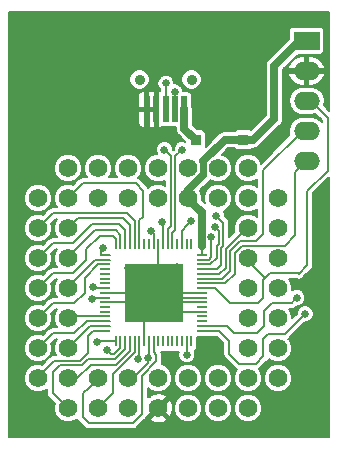
<source format=gtl>
G04 #@! TF.GenerationSoftware,KiCad,Pcbnew,(6.0.0-rc1-dev-1386-g1c99784e9)*
G04 #@! TF.CreationDate,2018-12-20T11:02:25-05:00
G04 #@! TF.ProjectId,TLAUX_Adapter_PSOC5,544c4155-585f-4416-9461-707465725f50,rev?*
G04 #@! TF.SameCoordinates,Original*
G04 #@! TF.FileFunction,Copper,L1,Top*
G04 #@! TF.FilePolarity,Positive*
%FSLAX46Y46*%
G04 Gerber Fmt 4.6, Leading zero omitted, Abs format (unit mm)*
G04 Created by KiCad (PCBNEW (6.0.0-rc1-dev-1386-g1c99784e9)) date 12/20/2018 11:02:25 AM*
%MOMM*%
%LPD*%
G04 APERTURE LIST*
%ADD10R,2.199640X1.524000*%
%ADD11O,2.199640X1.524000*%
%ADD12C,1.574800*%
%ADD13R,5.000000X5.000000*%
%ADD14O,0.200000X1.000000*%
%ADD15O,1.000000X0.200000*%
%ADD16R,0.900000X0.950000*%
%ADD17R,2.197100X2.197100*%
%ADD18R,0.497840X2.197100*%
%ADD19C,0.899160*%
%ADD20C,0.635000*%
%ADD21C,0.203200*%
%ADD22C,0.558800*%
%ADD23C,0.635000*%
%ADD24C,0.381000*%
G04 APERTURE END LIST*
D10*
X164973000Y-80645000D03*
D11*
X164973000Y-83185000D03*
X164973000Y-85725000D03*
X164973000Y-88265000D03*
X164973000Y-90805000D03*
D12*
X152400000Y-111760000D03*
X152400000Y-109220000D03*
X154940000Y-111760000D03*
X154940000Y-109220000D03*
X157480000Y-111760000D03*
X157480000Y-109220000D03*
X160020000Y-111760000D03*
X162560000Y-109220000D03*
X160020000Y-109220000D03*
X162560000Y-106680000D03*
X160020000Y-106680000D03*
X162560000Y-104140000D03*
X160020000Y-104140000D03*
X162560000Y-101600000D03*
X160020000Y-101600000D03*
X162560000Y-99060000D03*
X160020000Y-99060000D03*
X162560000Y-96520000D03*
X160020000Y-96520000D03*
X162560000Y-93980000D03*
X160020000Y-91440000D03*
X160020000Y-93980000D03*
X157480000Y-91440000D03*
X157480000Y-93980000D03*
X154940000Y-91440000D03*
X154940000Y-93980000D03*
X152400000Y-91440000D03*
X152400000Y-93980000D03*
X149860000Y-91440000D03*
X149860000Y-93980000D03*
X147320000Y-91440000D03*
X147320000Y-93980000D03*
X144780000Y-91440000D03*
X142240000Y-93980000D03*
X144780000Y-93980000D03*
X142240000Y-96520000D03*
X144780000Y-96520000D03*
X142240000Y-99060000D03*
X144780000Y-99060000D03*
X142240000Y-101600000D03*
X144780000Y-101600000D03*
X142240000Y-104140000D03*
X144780000Y-104140000D03*
X142240000Y-106680000D03*
X144780000Y-106680000D03*
X142240000Y-109220000D03*
X144780000Y-111760000D03*
X144780000Y-109220000D03*
X147320000Y-111760000D03*
X147320000Y-109220000D03*
X149860000Y-111760000D03*
X149860000Y-109220000D03*
D13*
X152019000Y-101981000D03*
D14*
X155219000Y-106081000D03*
X154819000Y-106081000D03*
X154419000Y-106081000D03*
X154019000Y-106081000D03*
X153619000Y-106081000D03*
X153219000Y-106081000D03*
X152819000Y-106081000D03*
X152419000Y-106081000D03*
X152019000Y-106081000D03*
X151619000Y-106081000D03*
X151219000Y-106081000D03*
X150819000Y-106081000D03*
X150419000Y-106081000D03*
X150019000Y-106081000D03*
X149619000Y-106081000D03*
X149219000Y-106081000D03*
X148819000Y-106081000D03*
D15*
X147919000Y-105181000D03*
X147919000Y-104781000D03*
X147919000Y-104381000D03*
X147919000Y-103981000D03*
X147919000Y-103581000D03*
X147919000Y-103181000D03*
X147919000Y-102781000D03*
X147919000Y-102381000D03*
X147919000Y-101981000D03*
X147919000Y-101581000D03*
X147919000Y-101181000D03*
X147919000Y-100781000D03*
X147919000Y-100381000D03*
X147919000Y-99981000D03*
X147919000Y-99581000D03*
X147919000Y-99181000D03*
X147919000Y-98781000D03*
D14*
X148819000Y-97881000D03*
X149219000Y-97881000D03*
X149619000Y-97881000D03*
X150019000Y-97881000D03*
X150419000Y-97881000D03*
X150819000Y-97881000D03*
X151219000Y-97881000D03*
X151619000Y-97881000D03*
X152019000Y-97881000D03*
X152419000Y-97881000D03*
X152819000Y-97881000D03*
X153219000Y-97881000D03*
X153619000Y-97881000D03*
X154019000Y-97881000D03*
X154419000Y-97881000D03*
X154819000Y-97881000D03*
X155219000Y-97881000D03*
D15*
X156119000Y-98781000D03*
X156119000Y-99181000D03*
X156119000Y-99581000D03*
X156119000Y-99981000D03*
X156119000Y-100381000D03*
X156119000Y-100781000D03*
X156119000Y-101181000D03*
X156119000Y-101581000D03*
X156119000Y-101981000D03*
X156119000Y-102381000D03*
X156119000Y-102781000D03*
X156119000Y-103181000D03*
X156119000Y-103581000D03*
X156119000Y-103981000D03*
X156119000Y-104381000D03*
X156119000Y-104781000D03*
X156119000Y-105181000D03*
D16*
X159632000Y-89027000D03*
X155582000Y-89027000D03*
D17*
X148605240Y-86169500D03*
D18*
X154632660Y-86448900D03*
X153832560Y-86448900D03*
X153035000Y-86448900D03*
X152237440Y-86448900D03*
X151437340Y-86448900D03*
D19*
X155232100Y-83921600D03*
X150835360Y-83921600D03*
D17*
X157464760Y-86169500D03*
X157464760Y-80670400D03*
X148605240Y-80670400D03*
D20*
X156083000Y-98044000D03*
X147193000Y-106172000D03*
X146812000Y-102489046D03*
X151546743Y-107477902D03*
X154838400Y-107238790D03*
X152704800Y-95961202D03*
X147701000Y-98171000D03*
X154178000Y-101346000D03*
X154025600Y-99796600D03*
X149961600Y-104063800D03*
X152019000Y-88646000D03*
X151130000Y-88265000D03*
X164211000Y-111760000D03*
X152425396Y-99822000D03*
X152273000Y-101980951D03*
X153459000Y-104063800D03*
X149910800Y-101981000D03*
X149834600Y-99872800D03*
X156946600Y-107010200D03*
X161950400Y-89458800D03*
X159156400Y-86156800D03*
X159131000Y-80645000D03*
X146735800Y-80670400D03*
X146761200Y-86182200D03*
X157759400Y-78867000D03*
X157759400Y-82346800D03*
X148310600Y-78867000D03*
X148336000Y-82499200D03*
X148361400Y-84429600D03*
X148437600Y-87884000D03*
X158750000Y-95250000D03*
X158750000Y-92710000D03*
X166243000Y-93980000D03*
X166243000Y-97917000D03*
X148107398Y-106857798D03*
X153060400Y-84251800D03*
X153796992Y-84963000D03*
X164846000Y-103759000D03*
X164150559Y-102398385D03*
X157327606Y-95478600D03*
X155194000Y-95935779D03*
X157200604Y-96393000D03*
X156908445Y-97246137D03*
X152933400Y-89865200D03*
X154432000Y-89865200D03*
X151825262Y-96774010D03*
X150696925Y-107600292D03*
X146875519Y-101473000D03*
D21*
X161315400Y-100863400D02*
X161569400Y-100609400D01*
X161315400Y-102387400D02*
X161315400Y-100863400D01*
X160832800Y-102870000D02*
X161315400Y-102387400D01*
X158521400Y-102870000D02*
X160832800Y-102870000D01*
X157232400Y-101581000D02*
X158521400Y-102870000D01*
X156119000Y-101581000D02*
X157232400Y-101581000D01*
X160020000Y-99314000D02*
X160020000Y-99060000D01*
X161569400Y-100609400D02*
X161442400Y-100736400D01*
X161442400Y-100736400D02*
X160020000Y-99314000D01*
X166751000Y-87165180D02*
X165310820Y-85725000D01*
X166751000Y-91643200D02*
X166751000Y-87165180D01*
X161569400Y-100609400D02*
X161848800Y-100330000D01*
X161848800Y-100330000D02*
X164287200Y-100330000D01*
X164287200Y-100330000D02*
X164312600Y-100355400D01*
X164312600Y-100355400D02*
X165049200Y-99618800D01*
X165310820Y-85725000D02*
X164973000Y-85725000D01*
X165049200Y-99618800D02*
X165049200Y-93345000D01*
X165049200Y-93345000D02*
X166751000Y-91643200D01*
X164635180Y-88265000D02*
X164973000Y-88265000D01*
X161290000Y-91610180D02*
X164635180Y-88265000D01*
X161290000Y-97028000D02*
X161290000Y-91610180D01*
X157816400Y-100781000D02*
X158495989Y-100101411D01*
X158495989Y-100101411D02*
X158495989Y-98466315D01*
X156119000Y-100781000D02*
X157816400Y-100781000D01*
X158495989Y-98466315D02*
X159350116Y-97612188D01*
X159350116Y-97612188D02*
X160705812Y-97612188D01*
X160705812Y-97612188D02*
X161290000Y-97028000D01*
X164007800Y-91770200D02*
X164973000Y-90805000D01*
X164007800Y-97104200D02*
X164007800Y-91770200D01*
X158051400Y-101181000D02*
X158877000Y-100355400D01*
X156119000Y-101181000D02*
X158051400Y-101181000D01*
X158877000Y-100355400D02*
X158877000Y-98624134D01*
X158877000Y-98624134D02*
X159507935Y-97993199D01*
X159507935Y-97993199D02*
X163118801Y-97993199D01*
X163118801Y-97993199D02*
X164007800Y-97104200D01*
X146050000Y-92710000D02*
X144780000Y-93980000D01*
X150495000Y-92710000D02*
X146050000Y-92710000D01*
X151130000Y-93345000D02*
X150495000Y-92710000D01*
X151130000Y-95529400D02*
X151130000Y-93345000D01*
X150819000Y-97881000D02*
X150819000Y-95840400D01*
X150819000Y-95840400D02*
X151130000Y-95529400D01*
X143027399Y-95732601D02*
X142240000Y-96520000D01*
X143510000Y-95250000D02*
X143027399Y-95732601D01*
X149758400Y-95250000D02*
X143510000Y-95250000D01*
X150419000Y-97881000D02*
X150419000Y-95910600D01*
X150419000Y-95910600D02*
X149758400Y-95250000D01*
X145618200Y-95681800D02*
X144780000Y-96520000D01*
X149428200Y-95681800D02*
X145618200Y-95681800D01*
X150019000Y-97881000D02*
X150019000Y-96272600D01*
X150019000Y-96272600D02*
X149428200Y-95681800D01*
X149619000Y-96634600D02*
X149123400Y-96139000D01*
X149619000Y-97881000D02*
X149619000Y-96634600D01*
X143027399Y-98272601D02*
X142240000Y-99060000D01*
X149123400Y-96139000D02*
X146812000Y-96139000D01*
X146812000Y-96139000D02*
X145161000Y-97790000D01*
X145161000Y-97790000D02*
X143510000Y-97790000D01*
X143510000Y-97790000D02*
X143027399Y-98272601D01*
X144780000Y-98933000D02*
X144780000Y-99060000D01*
X147040600Y-96672400D02*
X144780000Y-98933000D01*
X148844000Y-96672400D02*
X147040600Y-96672400D01*
X149219000Y-97881000D02*
X149219000Y-97047400D01*
X149219000Y-97047400D02*
X148844000Y-96672400D01*
X143027399Y-100812601D02*
X142240000Y-101600000D01*
X143510000Y-100330000D02*
X143027399Y-100812601D01*
X145161000Y-100330000D02*
X143510000Y-100330000D01*
X148819000Y-97384000D02*
X148590000Y-97155000D01*
X148819000Y-97881000D02*
X148819000Y-97384000D01*
X148590000Y-97155000D02*
X147447000Y-97155000D01*
X147447000Y-97155000D02*
X146304000Y-98298000D01*
X146304000Y-98298000D02*
X146304000Y-99187000D01*
X146304000Y-99187000D02*
X145161000Y-100330000D01*
X148300000Y-99200000D02*
X147699708Y-99200000D01*
X144780000Y-101473000D02*
X144780000Y-101600000D01*
X147072000Y-99181000D02*
X144780000Y-101473000D01*
X147919000Y-99181000D02*
X147072000Y-99181000D01*
X143027399Y-103352601D02*
X142240000Y-104140000D01*
X147307000Y-99581000D02*
X146177000Y-100711000D01*
X147919000Y-99581000D02*
X147307000Y-99581000D01*
X146177000Y-100711000D02*
X146177000Y-101981000D01*
X146177000Y-101981000D02*
X145288000Y-102870000D01*
X145288000Y-102870000D02*
X143510000Y-102870000D01*
X143510000Y-102870000D02*
X143027399Y-103352601D01*
X144939000Y-103981000D02*
X144780000Y-104140000D01*
X147919000Y-103981000D02*
X144939000Y-103981000D01*
X148300000Y-104400000D02*
X147797092Y-104400000D01*
X143027399Y-105892601D02*
X142240000Y-106680000D01*
X143510000Y-105410000D02*
X143027399Y-105892601D01*
X145313400Y-105410000D02*
X143510000Y-105410000D01*
X147919000Y-104381000D02*
X146342400Y-104381000D01*
X146342400Y-104381000D02*
X145313400Y-105410000D01*
X148300000Y-104800000D02*
X147900000Y-104800000D01*
X146679000Y-104781000D02*
X144780000Y-106680000D01*
X147919000Y-104781000D02*
X146679000Y-104781000D01*
X142240000Y-109105700D02*
X142240000Y-109220000D01*
X146914000Y-105181000D02*
X146481800Y-105613200D01*
X147919000Y-105181000D02*
X146914000Y-105181000D01*
X146481800Y-105613200D02*
X146481800Y-107061000D01*
X146481800Y-107061000D02*
X145795999Y-107746801D01*
X145795999Y-107746801D02*
X143598899Y-107746801D01*
X143598899Y-107746801D02*
X142240000Y-109105700D01*
X144780000Y-111760000D02*
X143510000Y-110490000D01*
X143510000Y-110490000D02*
X143510000Y-108712000D01*
X143510000Y-108712000D02*
X144094188Y-108127812D01*
X144094188Y-108127812D02*
X145999188Y-108127812D01*
X145999188Y-108127812D02*
X146502752Y-107624248D01*
X146502752Y-107624248D02*
X148751147Y-107624248D01*
X148751147Y-107624248D02*
X149619000Y-106756395D01*
X149619000Y-106756395D02*
X149619000Y-106081000D01*
X150000000Y-105700000D02*
X150000000Y-106413000D01*
X145516600Y-109220000D02*
X144780000Y-109220000D01*
X146684989Y-108051611D02*
X145516600Y-109220000D01*
X148862614Y-108051611D02*
X146684989Y-108051611D01*
X150019000Y-106895225D02*
X148862614Y-108051611D01*
X150019000Y-106081000D02*
X150019000Y-106895225D01*
X148107399Y-110972601D02*
X147320000Y-111760000D01*
X148590000Y-110490000D02*
X148107399Y-110972601D01*
X148590000Y-108863056D02*
X148590000Y-110490000D01*
X150419000Y-107034056D02*
X148590000Y-108863056D01*
X150419000Y-106081000D02*
X150419000Y-107034056D01*
X152019000Y-106784200D02*
X152019000Y-106553000D01*
X152019000Y-106784200D02*
X152019000Y-106081000D01*
X146532601Y-110007399D02*
X147320000Y-109220000D01*
X146050000Y-110490000D02*
X146532601Y-110007399D01*
X146558000Y-113030000D02*
X146050000Y-112522000D01*
X150241000Y-113030000D02*
X146558000Y-113030000D01*
X152019000Y-107010200D02*
X152260304Y-107251504D01*
X146050000Y-112522000D02*
X146050000Y-110490000D01*
X152019000Y-106784200D02*
X152019000Y-107010200D01*
X152260304Y-107251504D02*
X152260304Y-107780830D01*
X152260304Y-107780830D02*
X151003000Y-109038134D01*
X151003000Y-109038134D02*
X151003000Y-112268000D01*
X151003000Y-112268000D02*
X150241000Y-113030000D01*
X156119000Y-98781000D02*
X156119000Y-98080000D01*
X156119000Y-98080000D02*
X156083000Y-98044000D01*
D22*
X156210000Y-92030806D02*
X156210000Y-90849194D01*
D23*
X154940000Y-93980000D02*
X154940000Y-93300806D01*
X154940000Y-93300806D02*
X156210000Y-92030806D01*
D21*
X148819000Y-106081000D02*
X147284000Y-106081000D01*
X147284000Y-106081000D02*
X147193000Y-106172000D01*
X147919000Y-102381000D02*
X146920046Y-102381000D01*
X146920046Y-102381000D02*
X146812000Y-102489046D01*
X148300000Y-98800000D02*
X147596800Y-98800000D01*
X150253657Y-109220000D02*
X151546743Y-107926914D01*
X151546743Y-107926914D02*
X151546743Y-107477902D01*
X149860000Y-109220000D02*
X150253657Y-109220000D01*
X151619000Y-106081000D02*
X151619000Y-107405645D01*
X151619000Y-107405645D02*
X151546743Y-107477902D01*
D23*
X164363400Y-80645000D02*
X164973000Y-80645000D01*
X162255200Y-82753200D02*
X164363400Y-80645000D01*
X162255200Y-87234800D02*
X162255200Y-82753200D01*
X160463000Y-89027000D02*
X162255200Y-87234800D01*
X156210000Y-90849194D02*
X158032194Y-89027000D01*
X158032194Y-89027000D02*
X160463000Y-89027000D01*
D21*
X154819000Y-107219390D02*
X154838400Y-107238790D01*
X154819000Y-106081000D02*
X154819000Y-107219390D01*
X152819000Y-97881000D02*
X152819000Y-96075402D01*
X152819000Y-96075402D02*
X152704800Y-95961202D01*
D23*
X155727399Y-94767399D02*
X154940000Y-93980000D01*
X156083000Y-98044000D02*
X156083000Y-95123000D01*
X156083000Y-95123000D02*
X155727399Y-94767399D01*
D21*
X147574000Y-98298000D02*
X147701000Y-98171000D01*
X147574000Y-98679000D02*
X147574000Y-98298000D01*
X147919000Y-98781000D02*
X147676000Y-98781000D01*
X147676000Y-98781000D02*
X147574000Y-98679000D01*
X156119000Y-101981000D02*
X152019000Y-101981000D01*
X152819000Y-102781000D02*
X152019000Y-101981000D01*
X156119000Y-102781000D02*
X152819000Y-102781000D01*
X152419000Y-102381000D02*
X152019000Y-101981000D01*
X156119000Y-102381000D02*
X152419000Y-102381000D01*
X153619000Y-103581000D02*
X152019000Y-101981000D01*
X156119000Y-103581000D02*
X153619000Y-103581000D01*
X150114000Y-100076000D02*
X150114000Y-100076000D01*
X151219000Y-106081000D02*
X151219000Y-102781000D01*
D24*
X151437340Y-87957660D02*
X151130000Y-88265000D01*
X151437340Y-86448900D02*
X151437340Y-87957660D01*
D21*
X147919000Y-101981000D02*
X149479028Y-101981000D01*
X152019000Y-101981000D02*
X149910800Y-101981000D01*
X151219000Y-102781000D02*
X152019000Y-101981000D01*
X147919000Y-102781000D02*
X151219000Y-102781000D01*
X152425396Y-101574604D02*
X152336698Y-101663302D01*
X152336698Y-101663302D02*
X152019199Y-101980801D01*
X152425396Y-98590596D02*
X152425396Y-99822000D01*
X152419000Y-98584200D02*
X152425396Y-98590596D01*
X152419000Y-97881000D02*
X152419000Y-98584200D01*
X152425396Y-99822000D02*
X152425396Y-101574604D01*
X152019000Y-101981000D02*
X152019000Y-101980951D01*
X154300507Y-100393481D02*
X154300507Y-100393481D01*
X149910800Y-101981000D02*
X149479028Y-101981000D01*
X150114000Y-100076000D02*
X152019000Y-101981000D01*
X152019000Y-101981000D02*
X153339800Y-101981000D01*
D24*
X152237440Y-88427560D02*
X152019000Y-88646000D01*
X152237440Y-86448900D02*
X152237440Y-88427560D01*
D21*
X149219000Y-106081000D02*
X149219000Y-106617565D01*
X149219000Y-106617565D02*
X148661268Y-107175297D01*
X148661268Y-107175297D02*
X148424897Y-107175297D01*
X148424897Y-107175297D02*
X148107398Y-106857798D01*
X153035000Y-86448900D02*
X153035000Y-84277200D01*
X153035000Y-84277200D02*
X153060400Y-84251800D01*
X153832560Y-84998568D02*
X153796992Y-84963000D01*
X153832560Y-86448900D02*
X153832560Y-84998568D01*
X159903474Y-96520000D02*
X160020000Y-96520000D01*
X158114978Y-98308496D02*
X159903474Y-96520000D01*
X158114978Y-99847422D02*
X158114978Y-98308496D01*
X156119000Y-100381000D02*
X157581400Y-100381000D01*
X157581400Y-100381000D02*
X158114978Y-99847422D01*
X164528501Y-104076499D02*
X164846000Y-103759000D01*
X163169600Y-105435400D02*
X164528501Y-104076499D01*
X161747200Y-105435400D02*
X163169600Y-105435400D01*
X161315400Y-105867200D02*
X161747200Y-105435400D01*
X156119000Y-105181000D02*
X157581200Y-105181000D01*
X158445200Y-106045000D02*
X158445200Y-107162600D01*
X161315400Y-107365800D02*
X161315400Y-105867200D01*
X158445200Y-107162600D02*
X159258000Y-107975400D01*
X157581200Y-105181000D02*
X158445200Y-106045000D01*
X159258000Y-107975400D02*
X160705800Y-107975400D01*
X160705800Y-107975400D02*
X161315400Y-107365800D01*
X163833060Y-102715884D02*
X164150559Y-102398385D01*
X162026600Y-102844600D02*
X163704344Y-102844600D01*
X158236000Y-104781000D02*
X158865000Y-105410000D01*
X163704344Y-102844600D02*
X163833060Y-102715884D01*
X158865000Y-105410000D02*
X160756600Y-105410000D01*
X160756600Y-105410000D02*
X161332848Y-104833752D01*
X161332848Y-104833752D02*
X161332848Y-103538352D01*
X156119000Y-104781000D02*
X158236000Y-104781000D01*
X161332848Y-103538352D02*
X162026600Y-102844600D01*
X157645105Y-95796099D02*
X157327606Y-95478600D01*
X157733967Y-98150677D02*
X157899099Y-97985545D01*
X157733967Y-99618833D02*
X157733967Y-98150677D01*
X157899099Y-97985545D02*
X157899099Y-96050093D01*
X157899099Y-96050093D02*
X157645105Y-95796099D01*
X157371800Y-99981000D02*
X157733967Y-99618833D01*
X156119000Y-99981000D02*
X157371800Y-99981000D01*
X154876501Y-96253278D02*
X155194000Y-95935779D01*
X154419000Y-96710779D02*
X154876501Y-96253278D01*
X154419000Y-97881000D02*
X154419000Y-96710779D01*
X157352956Y-99054952D02*
X157352956Y-97992858D01*
X156119000Y-99581000D02*
X156826908Y-99581000D01*
X156826908Y-99581000D02*
X157352956Y-99054952D01*
X157352956Y-97992858D02*
X157518095Y-97827719D01*
X157518095Y-97827719D02*
X157518095Y-96710491D01*
X157518095Y-96710491D02*
X157200604Y-96393000D01*
X156688078Y-99181000D02*
X156908445Y-98960633D01*
X156908445Y-97695149D02*
X156908445Y-97246137D01*
X156908445Y-98960633D02*
X156908445Y-97695149D01*
X156119000Y-99181000D02*
X156688078Y-99181000D01*
X153250899Y-90182699D02*
X152933400Y-89865200D01*
X153492188Y-90423988D02*
X153250899Y-90182699D01*
X153492188Y-96342212D02*
X153492188Y-90423988D01*
X153219000Y-97881000D02*
X153219000Y-96615400D01*
X153219000Y-96615400D02*
X153492188Y-96342212D01*
X154114501Y-90182699D02*
X154432000Y-89865200D01*
X153873199Y-90424001D02*
X154114501Y-90182699D01*
X153873199Y-96647001D02*
X153873199Y-90424001D01*
X153619000Y-97881000D02*
X153619000Y-96901200D01*
X153619000Y-96901200D02*
X153873199Y-96647001D01*
D23*
X154632660Y-88077660D02*
X155582000Y-89027000D01*
X154632660Y-86448900D02*
X154632660Y-88077660D01*
D21*
X152019000Y-96967748D02*
X151825262Y-96774010D01*
X152019000Y-97881000D02*
X152019000Y-96967748D01*
X150819000Y-106081000D02*
X150819000Y-107478217D01*
X150819000Y-107478217D02*
X150696925Y-107600292D01*
X147919000Y-101581000D02*
X146983519Y-101581000D01*
X146983519Y-101581000D02*
X146875519Y-101473000D01*
G36*
X166903400Y-86599159D02*
G01*
X166423656Y-86119415D01*
X166502110Y-85725000D01*
X166411428Y-85269113D01*
X166153189Y-84882631D01*
X165766707Y-84624392D01*
X165425895Y-84556600D01*
X164520105Y-84556600D01*
X164179293Y-84624392D01*
X163792811Y-84882631D01*
X163534572Y-85269113D01*
X163443890Y-85725000D01*
X163534572Y-86180887D01*
X163792811Y-86567369D01*
X164179293Y-86825608D01*
X164520105Y-86893400D01*
X165425895Y-86893400D01*
X165705235Y-86837836D01*
X166243001Y-87375602D01*
X166243001Y-87557044D01*
X166153189Y-87422631D01*
X165766707Y-87164392D01*
X165425895Y-87096600D01*
X164520105Y-87096600D01*
X164179293Y-87164392D01*
X163792811Y-87422631D01*
X163534572Y-87809113D01*
X163443890Y-88265000D01*
X163522344Y-88659415D01*
X161145094Y-91036666D01*
X161032055Y-90763767D01*
X160696233Y-90427945D01*
X160257462Y-90246200D01*
X159782538Y-90246200D01*
X159343767Y-90427945D01*
X159007945Y-90763767D01*
X158826200Y-91202538D01*
X158826200Y-91677462D01*
X159007945Y-92116233D01*
X159343767Y-92452055D01*
X159782538Y-92633800D01*
X160257462Y-92633800D01*
X160696233Y-92452055D01*
X160782001Y-92366287D01*
X160782001Y-93053713D01*
X160696233Y-92967945D01*
X160257462Y-92786200D01*
X159782538Y-92786200D01*
X159343767Y-92967945D01*
X159007945Y-93303767D01*
X158826200Y-93742538D01*
X158826200Y-94217462D01*
X159007945Y-94656233D01*
X159343767Y-94992055D01*
X159782538Y-95173800D01*
X160257462Y-95173800D01*
X160696233Y-94992055D01*
X160782000Y-94906288D01*
X160782000Y-95593712D01*
X160696233Y-95507945D01*
X160257462Y-95326200D01*
X159782538Y-95326200D01*
X159343767Y-95507945D01*
X159007945Y-95843767D01*
X158826200Y-96282538D01*
X158826200Y-96757462D01*
X158861755Y-96843299D01*
X158407099Y-97297955D01*
X158407099Y-96100121D01*
X158417050Y-96050093D01*
X158407099Y-96000065D01*
X158407099Y-96000061D01*
X158377624Y-95851881D01*
X158265346Y-95683846D01*
X158222931Y-95655505D01*
X158051506Y-95484080D01*
X158051506Y-95334607D01*
X157945732Y-95079247D01*
X158156233Y-94992055D01*
X158492055Y-94656233D01*
X158673800Y-94217462D01*
X158673800Y-93742538D01*
X158492055Y-93303767D01*
X158156233Y-92967945D01*
X157717462Y-92786200D01*
X157242538Y-92786200D01*
X156803767Y-92967945D01*
X156467945Y-93303767D01*
X156286200Y-93742538D01*
X156286200Y-94217462D01*
X156346297Y-94362548D01*
X156133800Y-94150051D01*
X156133800Y-93742538D01*
X155954613Y-93309942D01*
X156772289Y-92492266D01*
X156801004Y-92449292D01*
X156803767Y-92452055D01*
X157242538Y-92633800D01*
X157717462Y-92633800D01*
X158156233Y-92452055D01*
X158492055Y-92116233D01*
X158673800Y-91677462D01*
X158673800Y-91202538D01*
X158492055Y-90763767D01*
X158156233Y-90427945D01*
X157801806Y-90281136D01*
X158332043Y-89750900D01*
X158859538Y-89750900D01*
X158889003Y-89794997D01*
X159023431Y-89884820D01*
X159182000Y-89916361D01*
X160082000Y-89916361D01*
X160240569Y-89884820D01*
X160374997Y-89794997D01*
X160402965Y-89753140D01*
X160463000Y-89765082D01*
X160534298Y-89750900D01*
X160745452Y-89708899D01*
X160984903Y-89548903D01*
X161025293Y-89488455D01*
X162716660Y-87797089D01*
X162777102Y-87756703D01*
X162852606Y-87643705D01*
X162937099Y-87517252D01*
X162993282Y-87234800D01*
X162979100Y-87163502D01*
X162979100Y-83528757D01*
X163438994Y-83528757D01*
X163647352Y-83957302D01*
X164018093Y-84276540D01*
X164482780Y-84429600D01*
X164820600Y-84429600D01*
X164820600Y-83337400D01*
X165125400Y-83337400D01*
X165125400Y-84429600D01*
X165463220Y-84429600D01*
X165927907Y-84276540D01*
X166298648Y-83957302D01*
X166507006Y-83528757D01*
X166424390Y-83337400D01*
X165125400Y-83337400D01*
X164820600Y-83337400D01*
X163521610Y-83337400D01*
X163438994Y-83528757D01*
X162979100Y-83528757D01*
X162979100Y-83053048D01*
X163190905Y-82841243D01*
X163438994Y-82841243D01*
X163521610Y-83032600D01*
X164820600Y-83032600D01*
X164820600Y-81940400D01*
X165125400Y-81940400D01*
X165125400Y-83032600D01*
X166424390Y-83032600D01*
X166507006Y-82841243D01*
X166298648Y-82412698D01*
X165927907Y-82093460D01*
X165463220Y-81940400D01*
X165125400Y-81940400D01*
X164820600Y-81940400D01*
X164482780Y-81940400D01*
X164018093Y-82093460D01*
X163647352Y-82412698D01*
X163438994Y-82841243D01*
X163190905Y-82841243D01*
X164210788Y-81821361D01*
X166072820Y-81821361D01*
X166231389Y-81789820D01*
X166365817Y-81699997D01*
X166455640Y-81565569D01*
X166487181Y-81407000D01*
X166487181Y-79883000D01*
X166455640Y-79724431D01*
X166365817Y-79590003D01*
X166231389Y-79500180D01*
X166072820Y-79468639D01*
X163873180Y-79468639D01*
X163714611Y-79500180D01*
X163580183Y-79590003D01*
X163490360Y-79724431D01*
X163458819Y-79883000D01*
X163458819Y-80525832D01*
X161793743Y-82190909D01*
X161733298Y-82231297D01*
X161692911Y-82291741D01*
X161573301Y-82470749D01*
X161517118Y-82753200D01*
X161531301Y-82824503D01*
X161531300Y-86934951D01*
X160274440Y-88191812D01*
X160240569Y-88169180D01*
X160082000Y-88137639D01*
X159182000Y-88137639D01*
X159023431Y-88169180D01*
X158889003Y-88259003D01*
X158859538Y-88303100D01*
X158103486Y-88303100D01*
X158032193Y-88288919D01*
X157960900Y-88303100D01*
X157960896Y-88303100D01*
X157749742Y-88345101D01*
X157510291Y-88505097D01*
X157469904Y-88565541D01*
X156424738Y-89610708D01*
X156446361Y-89502000D01*
X156446361Y-88552000D01*
X156414820Y-88393431D01*
X156324997Y-88259003D01*
X156190569Y-88169180D01*
X156032000Y-88137639D01*
X155716388Y-88137639D01*
X155356560Y-87777812D01*
X155356560Y-86377602D01*
X155314559Y-86166448D01*
X155295941Y-86138584D01*
X155295941Y-85350350D01*
X155264400Y-85191781D01*
X155174577Y-85057353D01*
X155040149Y-84967530D01*
X154881580Y-84935989D01*
X154520892Y-84935989D01*
X154520892Y-84819007D01*
X154410685Y-84552944D01*
X154207048Y-84349307D01*
X153940985Y-84239100D01*
X153784300Y-84239100D01*
X153784300Y-84107807D01*
X153674093Y-83841744D01*
X153583684Y-83751335D01*
X154376120Y-83751335D01*
X154376120Y-84091865D01*
X154506435Y-84406474D01*
X154747226Y-84647265D01*
X155061835Y-84777580D01*
X155402365Y-84777580D01*
X155716974Y-84647265D01*
X155957765Y-84406474D01*
X156088080Y-84091865D01*
X156088080Y-83751335D01*
X155957765Y-83436726D01*
X155716974Y-83195935D01*
X155402365Y-83065620D01*
X155061835Y-83065620D01*
X154747226Y-83195935D01*
X154506435Y-83436726D01*
X154376120Y-83751335D01*
X153583684Y-83751335D01*
X153470456Y-83638107D01*
X153204393Y-83527900D01*
X152916407Y-83527900D01*
X152650344Y-83638107D01*
X152446707Y-83841744D01*
X152336500Y-84107807D01*
X152336500Y-84395793D01*
X152446707Y-84661856D01*
X152527001Y-84742150D01*
X152527001Y-84867750D01*
X152482550Y-84867750D01*
X152361900Y-84988400D01*
X152361900Y-86296500D01*
X152371719Y-86296500D01*
X152371719Y-86601300D01*
X152361900Y-86601300D01*
X152361900Y-87909400D01*
X152482550Y-88030050D01*
X152582355Y-88030050D01*
X152759731Y-87956579D01*
X152759739Y-87956571D01*
X152786080Y-87961811D01*
X153283920Y-87961811D01*
X153433780Y-87932002D01*
X153583640Y-87961811D01*
X153908761Y-87961811D01*
X153908761Y-88006358D01*
X153894578Y-88077660D01*
X153950761Y-88360111D01*
X153950762Y-88360112D01*
X154110758Y-88599563D01*
X154171203Y-88639951D01*
X154717639Y-89186388D01*
X154717639Y-89199972D01*
X154575993Y-89141300D01*
X154288007Y-89141300D01*
X154021944Y-89251507D01*
X153818307Y-89455144D01*
X153708100Y-89721207D01*
X153708100Y-89870681D01*
X153682700Y-89896080D01*
X153657300Y-89870680D01*
X153657300Y-89721207D01*
X153547093Y-89455144D01*
X153343456Y-89251507D01*
X153077393Y-89141300D01*
X152789407Y-89141300D01*
X152523344Y-89251507D01*
X152319707Y-89455144D01*
X152209500Y-89721207D01*
X152209500Y-90009193D01*
X152307672Y-90246200D01*
X152162538Y-90246200D01*
X151723767Y-90427945D01*
X151387945Y-90763767D01*
X151206200Y-91202538D01*
X151206200Y-91677462D01*
X151387945Y-92116233D01*
X151723767Y-92452055D01*
X152162538Y-92633800D01*
X152637462Y-92633800D01*
X152984189Y-92490181D01*
X152984189Y-92929819D01*
X152637462Y-92786200D01*
X152162538Y-92786200D01*
X151723767Y-92967945D01*
X151583050Y-93108662D01*
X151561391Y-93076247D01*
X151524588Y-93021167D01*
X151524586Y-93021165D01*
X151496247Y-92978753D01*
X151453835Y-92950414D01*
X150889588Y-92386168D01*
X150861247Y-92343753D01*
X150731338Y-92256950D01*
X150872055Y-92116233D01*
X151053800Y-91677462D01*
X151053800Y-91202538D01*
X150872055Y-90763767D01*
X150536233Y-90427945D01*
X150097462Y-90246200D01*
X149622538Y-90246200D01*
X149183767Y-90427945D01*
X148847945Y-90763767D01*
X148666200Y-91202538D01*
X148666200Y-91677462D01*
X148847945Y-92116233D01*
X148933712Y-92202000D01*
X148246288Y-92202000D01*
X148332055Y-92116233D01*
X148513800Y-91677462D01*
X148513800Y-91202538D01*
X148332055Y-90763767D01*
X147996233Y-90427945D01*
X147557462Y-90246200D01*
X147082538Y-90246200D01*
X146643767Y-90427945D01*
X146307945Y-90763767D01*
X146126200Y-91202538D01*
X146126200Y-91677462D01*
X146307945Y-92116233D01*
X146393712Y-92202000D01*
X146100027Y-92202000D01*
X146049999Y-92192049D01*
X145999971Y-92202000D01*
X145999968Y-92202000D01*
X145851788Y-92231475D01*
X145726167Y-92315412D01*
X145726165Y-92315414D01*
X145683753Y-92343753D01*
X145655414Y-92386165D01*
X145185695Y-92855884D01*
X145017462Y-92786200D01*
X144542538Y-92786200D01*
X144103767Y-92967945D01*
X143767945Y-93303767D01*
X143586200Y-93742538D01*
X143586200Y-94217462D01*
X143767945Y-94656233D01*
X143853712Y-94742000D01*
X143560028Y-94742000D01*
X143510000Y-94732049D01*
X143459972Y-94742000D01*
X143459968Y-94742000D01*
X143311788Y-94771475D01*
X143186167Y-94855412D01*
X143186165Y-94855414D01*
X143143753Y-94883753D01*
X143115414Y-94926165D01*
X142703566Y-95338014D01*
X142645695Y-95395885D01*
X142477462Y-95326200D01*
X142002538Y-95326200D01*
X141563767Y-95507945D01*
X141227945Y-95843767D01*
X141046200Y-96282538D01*
X141046200Y-96757462D01*
X141227945Y-97196233D01*
X141563767Y-97532055D01*
X142002538Y-97713800D01*
X142477462Y-97713800D01*
X142916233Y-97532055D01*
X143252055Y-97196233D01*
X143433800Y-96757462D01*
X143433800Y-96282538D01*
X143364115Y-96114305D01*
X143421986Y-96056434D01*
X143720421Y-95758000D01*
X143853712Y-95758000D01*
X143767945Y-95843767D01*
X143586200Y-96282538D01*
X143586200Y-96757462D01*
X143767945Y-97196233D01*
X143853712Y-97282000D01*
X143560028Y-97282000D01*
X143510000Y-97272049D01*
X143459972Y-97282000D01*
X143459968Y-97282000D01*
X143320370Y-97309768D01*
X143311788Y-97311475D01*
X143186167Y-97395412D01*
X143186165Y-97395414D01*
X143143753Y-97423753D01*
X143115414Y-97466165D01*
X142703566Y-97878014D01*
X142645695Y-97935885D01*
X142477462Y-97866200D01*
X142002538Y-97866200D01*
X141563767Y-98047945D01*
X141227945Y-98383767D01*
X141046200Y-98822538D01*
X141046200Y-99297462D01*
X141227945Y-99736233D01*
X141563767Y-100072055D01*
X142002538Y-100253800D01*
X142477462Y-100253800D01*
X142916233Y-100072055D01*
X143252055Y-99736233D01*
X143433800Y-99297462D01*
X143433800Y-98822538D01*
X143364115Y-98654305D01*
X143421986Y-98596434D01*
X143720421Y-98298000D01*
X143853712Y-98298000D01*
X143767945Y-98383767D01*
X143586200Y-98822538D01*
X143586200Y-99297462D01*
X143767945Y-99736233D01*
X143853712Y-99822000D01*
X143560028Y-99822000D01*
X143510000Y-99812049D01*
X143459972Y-99822000D01*
X143459968Y-99822000D01*
X143332159Y-99847423D01*
X143311788Y-99851475D01*
X143186167Y-99935412D01*
X143186165Y-99935414D01*
X143143753Y-99963753D01*
X143115414Y-100006165D01*
X142703566Y-100418014D01*
X142645695Y-100475885D01*
X142477462Y-100406200D01*
X142002538Y-100406200D01*
X141563767Y-100587945D01*
X141227945Y-100923767D01*
X141046200Y-101362538D01*
X141046200Y-101837462D01*
X141227945Y-102276233D01*
X141563767Y-102612055D01*
X142002538Y-102793800D01*
X142477462Y-102793800D01*
X142916233Y-102612055D01*
X143252055Y-102276233D01*
X143433800Y-101837462D01*
X143433800Y-101362538D01*
X143364115Y-101194305D01*
X143421986Y-101136434D01*
X143720421Y-100838000D01*
X143853712Y-100838000D01*
X143767945Y-100923767D01*
X143586200Y-101362538D01*
X143586200Y-101837462D01*
X143767945Y-102276233D01*
X143853712Y-102362000D01*
X143560028Y-102362000D01*
X143510000Y-102352049D01*
X143459972Y-102362000D01*
X143459968Y-102362000D01*
X143311788Y-102391475D01*
X143186167Y-102475412D01*
X143186165Y-102475414D01*
X143143753Y-102503753D01*
X143115414Y-102546165D01*
X142703566Y-102958014D01*
X142645695Y-103015885D01*
X142477462Y-102946200D01*
X142002538Y-102946200D01*
X141563767Y-103127945D01*
X141227945Y-103463767D01*
X141046200Y-103902538D01*
X141046200Y-104377462D01*
X141227945Y-104816233D01*
X141563767Y-105152055D01*
X142002538Y-105333800D01*
X142477462Y-105333800D01*
X142916233Y-105152055D01*
X143252055Y-104816233D01*
X143433800Y-104377462D01*
X143433800Y-103902538D01*
X143364115Y-103734305D01*
X143421986Y-103676434D01*
X143720421Y-103378000D01*
X143853712Y-103378000D01*
X143767945Y-103463767D01*
X143586200Y-103902538D01*
X143586200Y-104377462D01*
X143767945Y-104816233D01*
X143853712Y-104902000D01*
X143560028Y-104902000D01*
X143510000Y-104892049D01*
X143459972Y-104902000D01*
X143459968Y-104902000D01*
X143311788Y-104931475D01*
X143186167Y-105015412D01*
X143186165Y-105015414D01*
X143143753Y-105043753D01*
X143115414Y-105086165D01*
X142703566Y-105498014D01*
X142645695Y-105555885D01*
X142477462Y-105486200D01*
X142002538Y-105486200D01*
X141563767Y-105667945D01*
X141227945Y-106003767D01*
X141046200Y-106442538D01*
X141046200Y-106917462D01*
X141227945Y-107356233D01*
X141563767Y-107692055D01*
X142002538Y-107873800D01*
X142477462Y-107873800D01*
X142916233Y-107692055D01*
X143252055Y-107356233D01*
X143433800Y-106917462D01*
X143433800Y-106442538D01*
X143364115Y-106274305D01*
X143421986Y-106216434D01*
X143720421Y-105918000D01*
X143853712Y-105918000D01*
X143767945Y-106003767D01*
X143586200Y-106442538D01*
X143586200Y-106917462D01*
X143719303Y-107238801D01*
X143648926Y-107238801D01*
X143598898Y-107228850D01*
X143548870Y-107238801D01*
X143548867Y-107238801D01*
X143400687Y-107268276D01*
X143232652Y-107380554D01*
X143204311Y-107422969D01*
X142564873Y-108062407D01*
X142477462Y-108026200D01*
X142002538Y-108026200D01*
X141563767Y-108207945D01*
X141227945Y-108543767D01*
X141046200Y-108982538D01*
X141046200Y-109457462D01*
X141227945Y-109896233D01*
X141563767Y-110232055D01*
X142002538Y-110413800D01*
X142477462Y-110413800D01*
X142916233Y-110232055D01*
X143002000Y-110146288D01*
X143002000Y-110439972D01*
X142992049Y-110490000D01*
X143002000Y-110540028D01*
X143002000Y-110540031D01*
X143031475Y-110688211D01*
X143089059Y-110774391D01*
X143143753Y-110856247D01*
X143186168Y-110884588D01*
X143655884Y-111354305D01*
X143586200Y-111522538D01*
X143586200Y-111997462D01*
X143767945Y-112436233D01*
X144103767Y-112772055D01*
X144542538Y-112953800D01*
X145017462Y-112953800D01*
X145456233Y-112772055D01*
X145560957Y-112667331D01*
X145571475Y-112720211D01*
X145683753Y-112888247D01*
X145726168Y-112916588D01*
X146163412Y-113353832D01*
X146191753Y-113396247D01*
X146359788Y-113508525D01*
X146507968Y-113538000D01*
X146507972Y-113538000D01*
X146557999Y-113547951D01*
X146608026Y-113538000D01*
X150190972Y-113538000D01*
X150241000Y-113547951D01*
X150291028Y-113538000D01*
X150291032Y-113538000D01*
X150439212Y-113508525D01*
X150607247Y-113396247D01*
X150635588Y-113353832D01*
X151298373Y-112691047D01*
X151684479Y-112691047D01*
X151767472Y-112889878D01*
X152248006Y-113045929D01*
X152751680Y-113006209D01*
X153032528Y-112889878D01*
X153115521Y-112691047D01*
X152400000Y-111975526D01*
X151684479Y-112691047D01*
X151298373Y-112691047D01*
X151326835Y-112662586D01*
X151369247Y-112634247D01*
X151397586Y-112591835D01*
X151397588Y-112591833D01*
X151481525Y-112466212D01*
X151482335Y-112462139D01*
X152184474Y-111760000D01*
X152615526Y-111760000D01*
X153331047Y-112475521D01*
X153529878Y-112392528D01*
X153685929Y-111911994D01*
X153655217Y-111522538D01*
X153746200Y-111522538D01*
X153746200Y-111997462D01*
X153927945Y-112436233D01*
X154263767Y-112772055D01*
X154702538Y-112953800D01*
X155177462Y-112953800D01*
X155616233Y-112772055D01*
X155952055Y-112436233D01*
X156133800Y-111997462D01*
X156133800Y-111522538D01*
X156286200Y-111522538D01*
X156286200Y-111997462D01*
X156467945Y-112436233D01*
X156803767Y-112772055D01*
X157242538Y-112953800D01*
X157717462Y-112953800D01*
X158156233Y-112772055D01*
X158492055Y-112436233D01*
X158673800Y-111997462D01*
X158673800Y-111522538D01*
X158826200Y-111522538D01*
X158826200Y-111997462D01*
X159007945Y-112436233D01*
X159343767Y-112772055D01*
X159782538Y-112953800D01*
X160257462Y-112953800D01*
X160696233Y-112772055D01*
X161032055Y-112436233D01*
X161213800Y-111997462D01*
X161213800Y-111522538D01*
X161032055Y-111083767D01*
X160696233Y-110747945D01*
X160257462Y-110566200D01*
X159782538Y-110566200D01*
X159343767Y-110747945D01*
X159007945Y-111083767D01*
X158826200Y-111522538D01*
X158673800Y-111522538D01*
X158492055Y-111083767D01*
X158156233Y-110747945D01*
X157717462Y-110566200D01*
X157242538Y-110566200D01*
X156803767Y-110747945D01*
X156467945Y-111083767D01*
X156286200Y-111522538D01*
X156133800Y-111522538D01*
X155952055Y-111083767D01*
X155616233Y-110747945D01*
X155177462Y-110566200D01*
X154702538Y-110566200D01*
X154263767Y-110747945D01*
X153927945Y-111083767D01*
X153746200Y-111522538D01*
X153655217Y-111522538D01*
X153646209Y-111408320D01*
X153529878Y-111127472D01*
X153331047Y-111044479D01*
X152615526Y-111760000D01*
X152184474Y-111760000D01*
X152170332Y-111745858D01*
X152385858Y-111530332D01*
X152400000Y-111544474D01*
X153115521Y-110828953D01*
X153032528Y-110630122D01*
X152551994Y-110474071D01*
X152048320Y-110513791D01*
X151767472Y-110630122D01*
X151684480Y-110828951D01*
X151593553Y-110738024D01*
X151511000Y-110820577D01*
X151511000Y-110019288D01*
X151723767Y-110232055D01*
X152162538Y-110413800D01*
X152637462Y-110413800D01*
X153076233Y-110232055D01*
X153412055Y-109896233D01*
X153593800Y-109457462D01*
X153593800Y-108982538D01*
X153746200Y-108982538D01*
X153746200Y-109457462D01*
X153927945Y-109896233D01*
X154263767Y-110232055D01*
X154702538Y-110413800D01*
X155177462Y-110413800D01*
X155616233Y-110232055D01*
X155952055Y-109896233D01*
X156133800Y-109457462D01*
X156133800Y-108982538D01*
X156286200Y-108982538D01*
X156286200Y-109457462D01*
X156467945Y-109896233D01*
X156803767Y-110232055D01*
X157242538Y-110413800D01*
X157717462Y-110413800D01*
X158156233Y-110232055D01*
X158492055Y-109896233D01*
X158673800Y-109457462D01*
X158673800Y-108982538D01*
X158492055Y-108543767D01*
X158156233Y-108207945D01*
X157717462Y-108026200D01*
X157242538Y-108026200D01*
X156803767Y-108207945D01*
X156467945Y-108543767D01*
X156286200Y-108982538D01*
X156133800Y-108982538D01*
X155952055Y-108543767D01*
X155616233Y-108207945D01*
X155177462Y-108026200D01*
X154702538Y-108026200D01*
X154263767Y-108207945D01*
X153927945Y-108543767D01*
X153746200Y-108982538D01*
X153593800Y-108982538D01*
X153412055Y-108543767D01*
X153076233Y-108207945D01*
X152692176Y-108048863D01*
X152738829Y-107979042D01*
X152768304Y-107830862D01*
X152768304Y-107830859D01*
X152778255Y-107780831D01*
X152768304Y-107730803D01*
X152768304Y-107301531D01*
X152778255Y-107251503D01*
X152768304Y-107201473D01*
X152768304Y-107201472D01*
X152738829Y-107053292D01*
X152683408Y-106970349D01*
X152819000Y-106997320D01*
X153016586Y-106958017D01*
X153019000Y-106956404D01*
X153021413Y-106958017D01*
X153219000Y-106997320D01*
X153416586Y-106958017D01*
X153419000Y-106956404D01*
X153421413Y-106958017D01*
X153619000Y-106997320D01*
X153816586Y-106958017D01*
X153819000Y-106956404D01*
X153821413Y-106958017D01*
X154019000Y-106997320D01*
X154167077Y-106967865D01*
X154114500Y-107094797D01*
X154114500Y-107382783D01*
X154224707Y-107648846D01*
X154428344Y-107852483D01*
X154694407Y-107962690D01*
X154982393Y-107962690D01*
X155248456Y-107852483D01*
X155452093Y-107648846D01*
X155562300Y-107382783D01*
X155562300Y-107094797D01*
X155486339Y-106911410D01*
X155584093Y-106846093D01*
X155696017Y-106678587D01*
X155725400Y-106530871D01*
X155725400Y-105687400D01*
X156060924Y-105687400D01*
X156068968Y-105689000D01*
X157370780Y-105689000D01*
X157937200Y-106255420D01*
X157937201Y-107112568D01*
X157927249Y-107162600D01*
X157966675Y-107360811D01*
X158050612Y-107486432D01*
X158050615Y-107486435D01*
X158078954Y-107528847D01*
X158121366Y-107557186D01*
X158863414Y-108299235D01*
X158891753Y-108341647D01*
X158934165Y-108369986D01*
X158934167Y-108369988D01*
X159005810Y-108417858D01*
X159059788Y-108453925D01*
X159091483Y-108460229D01*
X159007945Y-108543767D01*
X158826200Y-108982538D01*
X158826200Y-109457462D01*
X159007945Y-109896233D01*
X159343767Y-110232055D01*
X159782538Y-110413800D01*
X160257462Y-110413800D01*
X160696233Y-110232055D01*
X161032055Y-109896233D01*
X161213800Y-109457462D01*
X161213800Y-108982538D01*
X161366200Y-108982538D01*
X161366200Y-109457462D01*
X161547945Y-109896233D01*
X161883767Y-110232055D01*
X162322538Y-110413800D01*
X162797462Y-110413800D01*
X163236233Y-110232055D01*
X163572055Y-109896233D01*
X163753800Y-109457462D01*
X163753800Y-108982538D01*
X163572055Y-108543767D01*
X163236233Y-108207945D01*
X162797462Y-108026200D01*
X162322538Y-108026200D01*
X161883767Y-108207945D01*
X161547945Y-108543767D01*
X161366200Y-108982538D01*
X161213800Y-108982538D01*
X161032055Y-108543767D01*
X160926912Y-108438624D01*
X161072047Y-108341647D01*
X161100388Y-108299232D01*
X161639233Y-107760387D01*
X161681647Y-107732047D01*
X161778624Y-107586912D01*
X161883767Y-107692055D01*
X162322538Y-107873800D01*
X162797462Y-107873800D01*
X163236233Y-107692055D01*
X163572055Y-107356233D01*
X163753800Y-106917462D01*
X163753800Y-106442538D01*
X163572055Y-106003767D01*
X163436390Y-105868102D01*
X163535847Y-105801647D01*
X163564188Y-105759232D01*
X164840521Y-104482900D01*
X164989993Y-104482900D01*
X165256056Y-104372693D01*
X165459693Y-104169056D01*
X165569900Y-103902993D01*
X165569900Y-103615007D01*
X165459693Y-103348944D01*
X165256056Y-103145307D01*
X164989993Y-103035100D01*
X164702007Y-103035100D01*
X164435944Y-103145307D01*
X164232307Y-103348944D01*
X164122100Y-103615007D01*
X164122100Y-103764479D01*
X163753800Y-104132779D01*
X163753800Y-103902538D01*
X163572055Y-103463767D01*
X163460888Y-103352600D01*
X163654316Y-103352600D01*
X163704344Y-103362551D01*
X163754372Y-103352600D01*
X163754376Y-103352600D01*
X163902556Y-103323125D01*
X164070591Y-103210847D01*
X164098932Y-103168432D01*
X164145079Y-103122285D01*
X164294552Y-103122285D01*
X164560615Y-103012078D01*
X164764252Y-102808441D01*
X164874459Y-102542378D01*
X164874459Y-102254392D01*
X164764252Y-101988329D01*
X164560615Y-101784692D01*
X164294552Y-101674485D01*
X164006566Y-101674485D01*
X163753800Y-101779184D01*
X163753800Y-101362538D01*
X163572055Y-100923767D01*
X163486288Y-100838000D01*
X164134876Y-100838000D01*
X164312599Y-100873351D01*
X164312600Y-100873351D01*
X164510811Y-100833925D01*
X164636432Y-100749988D01*
X164636433Y-100749987D01*
X164678847Y-100721647D01*
X164707187Y-100679233D01*
X165373035Y-100013386D01*
X165415447Y-99985047D01*
X165443786Y-99942635D01*
X165443788Y-99942633D01*
X165527725Y-99817012D01*
X165534532Y-99782789D01*
X165557200Y-99668832D01*
X165557200Y-99668828D01*
X165567151Y-99618800D01*
X165557200Y-99568772D01*
X165557200Y-93555420D01*
X166903400Y-92209221D01*
X166903400Y-114198400D01*
X139801600Y-114198400D01*
X139801600Y-93742538D01*
X141046200Y-93742538D01*
X141046200Y-94217462D01*
X141227945Y-94656233D01*
X141563767Y-94992055D01*
X142002538Y-95173800D01*
X142477462Y-95173800D01*
X142916233Y-94992055D01*
X143252055Y-94656233D01*
X143433800Y-94217462D01*
X143433800Y-93742538D01*
X143252055Y-93303767D01*
X142916233Y-92967945D01*
X142477462Y-92786200D01*
X142002538Y-92786200D01*
X141563767Y-92967945D01*
X141227945Y-93303767D01*
X141046200Y-93742538D01*
X139801600Y-93742538D01*
X139801600Y-91202538D01*
X143586200Y-91202538D01*
X143586200Y-91677462D01*
X143767945Y-92116233D01*
X144103767Y-92452055D01*
X144542538Y-92633800D01*
X145017462Y-92633800D01*
X145456233Y-92452055D01*
X145792055Y-92116233D01*
X145973800Y-91677462D01*
X145973800Y-91202538D01*
X145792055Y-90763767D01*
X145456233Y-90427945D01*
X145017462Y-90246200D01*
X144542538Y-90246200D01*
X144103767Y-90427945D01*
X143767945Y-90763767D01*
X143586200Y-91202538D01*
X139801600Y-91202538D01*
X139801600Y-86721950D01*
X150705820Y-86721950D01*
X150705820Y-87643445D01*
X150779292Y-87820821D01*
X150915049Y-87956579D01*
X151092425Y-88030050D01*
X151192230Y-88030050D01*
X151312880Y-87909400D01*
X151312880Y-86721950D01*
X151505920Y-86721950D01*
X151505920Y-87643445D01*
X151561800Y-87778350D01*
X151561800Y-87909400D01*
X151682450Y-88030050D01*
X151782255Y-88030050D01*
X151837390Y-88007213D01*
X151892525Y-88030050D01*
X151992330Y-88030050D01*
X152112980Y-87909400D01*
X152112980Y-87778350D01*
X152168860Y-87643445D01*
X152168860Y-86721950D01*
X152112980Y-86666070D01*
X152112980Y-86601300D01*
X151561800Y-86601300D01*
X151561800Y-86666070D01*
X151505920Y-86721950D01*
X151312880Y-86721950D01*
X151312880Y-86601300D01*
X150826470Y-86601300D01*
X150705820Y-86721950D01*
X139801600Y-86721950D01*
X139801600Y-85254355D01*
X150705820Y-85254355D01*
X150705820Y-86175850D01*
X150826470Y-86296500D01*
X151312880Y-86296500D01*
X151312880Y-85254355D01*
X151505920Y-85254355D01*
X151505920Y-86175850D01*
X151561800Y-86231730D01*
X151561800Y-86296500D01*
X152112980Y-86296500D01*
X152112980Y-86231730D01*
X152168860Y-86175850D01*
X152168860Y-85254355D01*
X152112980Y-85119450D01*
X152112980Y-84988400D01*
X151992330Y-84867750D01*
X151892525Y-84867750D01*
X151837390Y-84890587D01*
X151782255Y-84867750D01*
X151682450Y-84867750D01*
X151561800Y-84988400D01*
X151561800Y-85119450D01*
X151505920Y-85254355D01*
X151312880Y-85254355D01*
X151312880Y-84988400D01*
X151192230Y-84867750D01*
X151092425Y-84867750D01*
X150915049Y-84941221D01*
X150779292Y-85076979D01*
X150705820Y-85254355D01*
X139801600Y-85254355D01*
X139801600Y-83751335D01*
X149979380Y-83751335D01*
X149979380Y-84091865D01*
X150109695Y-84406474D01*
X150350486Y-84647265D01*
X150665095Y-84777580D01*
X151005625Y-84777580D01*
X151320234Y-84647265D01*
X151561025Y-84406474D01*
X151691340Y-84091865D01*
X151691340Y-83751335D01*
X151561025Y-83436726D01*
X151320234Y-83195935D01*
X151005625Y-83065620D01*
X150665095Y-83065620D01*
X150350486Y-83195935D01*
X150109695Y-83436726D01*
X149979380Y-83751335D01*
X139801600Y-83751335D01*
X139801600Y-78206600D01*
X166903400Y-78206600D01*
X166903400Y-86599159D01*
X166903400Y-86599159D01*
G37*
X166903400Y-86599159D02*
X166423656Y-86119415D01*
X166502110Y-85725000D01*
X166411428Y-85269113D01*
X166153189Y-84882631D01*
X165766707Y-84624392D01*
X165425895Y-84556600D01*
X164520105Y-84556600D01*
X164179293Y-84624392D01*
X163792811Y-84882631D01*
X163534572Y-85269113D01*
X163443890Y-85725000D01*
X163534572Y-86180887D01*
X163792811Y-86567369D01*
X164179293Y-86825608D01*
X164520105Y-86893400D01*
X165425895Y-86893400D01*
X165705235Y-86837836D01*
X166243001Y-87375602D01*
X166243001Y-87557044D01*
X166153189Y-87422631D01*
X165766707Y-87164392D01*
X165425895Y-87096600D01*
X164520105Y-87096600D01*
X164179293Y-87164392D01*
X163792811Y-87422631D01*
X163534572Y-87809113D01*
X163443890Y-88265000D01*
X163522344Y-88659415D01*
X161145094Y-91036666D01*
X161032055Y-90763767D01*
X160696233Y-90427945D01*
X160257462Y-90246200D01*
X159782538Y-90246200D01*
X159343767Y-90427945D01*
X159007945Y-90763767D01*
X158826200Y-91202538D01*
X158826200Y-91677462D01*
X159007945Y-92116233D01*
X159343767Y-92452055D01*
X159782538Y-92633800D01*
X160257462Y-92633800D01*
X160696233Y-92452055D01*
X160782001Y-92366287D01*
X160782001Y-93053713D01*
X160696233Y-92967945D01*
X160257462Y-92786200D01*
X159782538Y-92786200D01*
X159343767Y-92967945D01*
X159007945Y-93303767D01*
X158826200Y-93742538D01*
X158826200Y-94217462D01*
X159007945Y-94656233D01*
X159343767Y-94992055D01*
X159782538Y-95173800D01*
X160257462Y-95173800D01*
X160696233Y-94992055D01*
X160782000Y-94906288D01*
X160782000Y-95593712D01*
X160696233Y-95507945D01*
X160257462Y-95326200D01*
X159782538Y-95326200D01*
X159343767Y-95507945D01*
X159007945Y-95843767D01*
X158826200Y-96282538D01*
X158826200Y-96757462D01*
X158861755Y-96843299D01*
X158407099Y-97297955D01*
X158407099Y-96100121D01*
X158417050Y-96050093D01*
X158407099Y-96000065D01*
X158407099Y-96000061D01*
X158377624Y-95851881D01*
X158265346Y-95683846D01*
X158222931Y-95655505D01*
X158051506Y-95484080D01*
X158051506Y-95334607D01*
X157945732Y-95079247D01*
X158156233Y-94992055D01*
X158492055Y-94656233D01*
X158673800Y-94217462D01*
X158673800Y-93742538D01*
X158492055Y-93303767D01*
X158156233Y-92967945D01*
X157717462Y-92786200D01*
X157242538Y-92786200D01*
X156803767Y-92967945D01*
X156467945Y-93303767D01*
X156286200Y-93742538D01*
X156286200Y-94217462D01*
X156346297Y-94362548D01*
X156133800Y-94150051D01*
X156133800Y-93742538D01*
X155954613Y-93309942D01*
X156772289Y-92492266D01*
X156801004Y-92449292D01*
X156803767Y-92452055D01*
X157242538Y-92633800D01*
X157717462Y-92633800D01*
X158156233Y-92452055D01*
X158492055Y-92116233D01*
X158673800Y-91677462D01*
X158673800Y-91202538D01*
X158492055Y-90763767D01*
X158156233Y-90427945D01*
X157801806Y-90281136D01*
X158332043Y-89750900D01*
X158859538Y-89750900D01*
X158889003Y-89794997D01*
X159023431Y-89884820D01*
X159182000Y-89916361D01*
X160082000Y-89916361D01*
X160240569Y-89884820D01*
X160374997Y-89794997D01*
X160402965Y-89753140D01*
X160463000Y-89765082D01*
X160534298Y-89750900D01*
X160745452Y-89708899D01*
X160984903Y-89548903D01*
X161025293Y-89488455D01*
X162716660Y-87797089D01*
X162777102Y-87756703D01*
X162852606Y-87643705D01*
X162937099Y-87517252D01*
X162993282Y-87234800D01*
X162979100Y-87163502D01*
X162979100Y-83528757D01*
X163438994Y-83528757D01*
X163647352Y-83957302D01*
X164018093Y-84276540D01*
X164482780Y-84429600D01*
X164820600Y-84429600D01*
X164820600Y-83337400D01*
X165125400Y-83337400D01*
X165125400Y-84429600D01*
X165463220Y-84429600D01*
X165927907Y-84276540D01*
X166298648Y-83957302D01*
X166507006Y-83528757D01*
X166424390Y-83337400D01*
X165125400Y-83337400D01*
X164820600Y-83337400D01*
X163521610Y-83337400D01*
X163438994Y-83528757D01*
X162979100Y-83528757D01*
X162979100Y-83053048D01*
X163190905Y-82841243D01*
X163438994Y-82841243D01*
X163521610Y-83032600D01*
X164820600Y-83032600D01*
X164820600Y-81940400D01*
X165125400Y-81940400D01*
X165125400Y-83032600D01*
X166424390Y-83032600D01*
X166507006Y-82841243D01*
X166298648Y-82412698D01*
X165927907Y-82093460D01*
X165463220Y-81940400D01*
X165125400Y-81940400D01*
X164820600Y-81940400D01*
X164482780Y-81940400D01*
X164018093Y-82093460D01*
X163647352Y-82412698D01*
X163438994Y-82841243D01*
X163190905Y-82841243D01*
X164210788Y-81821361D01*
X166072820Y-81821361D01*
X166231389Y-81789820D01*
X166365817Y-81699997D01*
X166455640Y-81565569D01*
X166487181Y-81407000D01*
X166487181Y-79883000D01*
X166455640Y-79724431D01*
X166365817Y-79590003D01*
X166231389Y-79500180D01*
X166072820Y-79468639D01*
X163873180Y-79468639D01*
X163714611Y-79500180D01*
X163580183Y-79590003D01*
X163490360Y-79724431D01*
X163458819Y-79883000D01*
X163458819Y-80525832D01*
X161793743Y-82190909D01*
X161733298Y-82231297D01*
X161692911Y-82291741D01*
X161573301Y-82470749D01*
X161517118Y-82753200D01*
X161531301Y-82824503D01*
X161531300Y-86934951D01*
X160274440Y-88191812D01*
X160240569Y-88169180D01*
X160082000Y-88137639D01*
X159182000Y-88137639D01*
X159023431Y-88169180D01*
X158889003Y-88259003D01*
X158859538Y-88303100D01*
X158103486Y-88303100D01*
X158032193Y-88288919D01*
X157960900Y-88303100D01*
X157960896Y-88303100D01*
X157749742Y-88345101D01*
X157510291Y-88505097D01*
X157469904Y-88565541D01*
X156424738Y-89610708D01*
X156446361Y-89502000D01*
X156446361Y-88552000D01*
X156414820Y-88393431D01*
X156324997Y-88259003D01*
X156190569Y-88169180D01*
X156032000Y-88137639D01*
X155716388Y-88137639D01*
X155356560Y-87777812D01*
X155356560Y-86377602D01*
X155314559Y-86166448D01*
X155295941Y-86138584D01*
X155295941Y-85350350D01*
X155264400Y-85191781D01*
X155174577Y-85057353D01*
X155040149Y-84967530D01*
X154881580Y-84935989D01*
X154520892Y-84935989D01*
X154520892Y-84819007D01*
X154410685Y-84552944D01*
X154207048Y-84349307D01*
X153940985Y-84239100D01*
X153784300Y-84239100D01*
X153784300Y-84107807D01*
X153674093Y-83841744D01*
X153583684Y-83751335D01*
X154376120Y-83751335D01*
X154376120Y-84091865D01*
X154506435Y-84406474D01*
X154747226Y-84647265D01*
X155061835Y-84777580D01*
X155402365Y-84777580D01*
X155716974Y-84647265D01*
X155957765Y-84406474D01*
X156088080Y-84091865D01*
X156088080Y-83751335D01*
X155957765Y-83436726D01*
X155716974Y-83195935D01*
X155402365Y-83065620D01*
X155061835Y-83065620D01*
X154747226Y-83195935D01*
X154506435Y-83436726D01*
X154376120Y-83751335D01*
X153583684Y-83751335D01*
X153470456Y-83638107D01*
X153204393Y-83527900D01*
X152916407Y-83527900D01*
X152650344Y-83638107D01*
X152446707Y-83841744D01*
X152336500Y-84107807D01*
X152336500Y-84395793D01*
X152446707Y-84661856D01*
X152527001Y-84742150D01*
X152527001Y-84867750D01*
X152482550Y-84867750D01*
X152361900Y-84988400D01*
X152361900Y-86296500D01*
X152371719Y-86296500D01*
X152371719Y-86601300D01*
X152361900Y-86601300D01*
X152361900Y-87909400D01*
X152482550Y-88030050D01*
X152582355Y-88030050D01*
X152759731Y-87956579D01*
X152759739Y-87956571D01*
X152786080Y-87961811D01*
X153283920Y-87961811D01*
X153433780Y-87932002D01*
X153583640Y-87961811D01*
X153908761Y-87961811D01*
X153908761Y-88006358D01*
X153894578Y-88077660D01*
X153950761Y-88360111D01*
X153950762Y-88360112D01*
X154110758Y-88599563D01*
X154171203Y-88639951D01*
X154717639Y-89186388D01*
X154717639Y-89199972D01*
X154575993Y-89141300D01*
X154288007Y-89141300D01*
X154021944Y-89251507D01*
X153818307Y-89455144D01*
X153708100Y-89721207D01*
X153708100Y-89870681D01*
X153682700Y-89896080D01*
X153657300Y-89870680D01*
X153657300Y-89721207D01*
X153547093Y-89455144D01*
X153343456Y-89251507D01*
X153077393Y-89141300D01*
X152789407Y-89141300D01*
X152523344Y-89251507D01*
X152319707Y-89455144D01*
X152209500Y-89721207D01*
X152209500Y-90009193D01*
X152307672Y-90246200D01*
X152162538Y-90246200D01*
X151723767Y-90427945D01*
X151387945Y-90763767D01*
X151206200Y-91202538D01*
X151206200Y-91677462D01*
X151387945Y-92116233D01*
X151723767Y-92452055D01*
X152162538Y-92633800D01*
X152637462Y-92633800D01*
X152984189Y-92490181D01*
X152984189Y-92929819D01*
X152637462Y-92786200D01*
X152162538Y-92786200D01*
X151723767Y-92967945D01*
X151583050Y-93108662D01*
X151561391Y-93076247D01*
X151524588Y-93021167D01*
X151524586Y-93021165D01*
X151496247Y-92978753D01*
X151453835Y-92950414D01*
X150889588Y-92386168D01*
X150861247Y-92343753D01*
X150731338Y-92256950D01*
X150872055Y-92116233D01*
X151053800Y-91677462D01*
X151053800Y-91202538D01*
X150872055Y-90763767D01*
X150536233Y-90427945D01*
X150097462Y-90246200D01*
X149622538Y-90246200D01*
X149183767Y-90427945D01*
X148847945Y-90763767D01*
X148666200Y-91202538D01*
X148666200Y-91677462D01*
X148847945Y-92116233D01*
X148933712Y-92202000D01*
X148246288Y-92202000D01*
X148332055Y-92116233D01*
X148513800Y-91677462D01*
X148513800Y-91202538D01*
X148332055Y-90763767D01*
X147996233Y-90427945D01*
X147557462Y-90246200D01*
X147082538Y-90246200D01*
X146643767Y-90427945D01*
X146307945Y-90763767D01*
X146126200Y-91202538D01*
X146126200Y-91677462D01*
X146307945Y-92116233D01*
X146393712Y-92202000D01*
X146100027Y-92202000D01*
X146049999Y-92192049D01*
X145999971Y-92202000D01*
X145999968Y-92202000D01*
X145851788Y-92231475D01*
X145726167Y-92315412D01*
X145726165Y-92315414D01*
X145683753Y-92343753D01*
X145655414Y-92386165D01*
X145185695Y-92855884D01*
X145017462Y-92786200D01*
X144542538Y-92786200D01*
X144103767Y-92967945D01*
X143767945Y-93303767D01*
X143586200Y-93742538D01*
X143586200Y-94217462D01*
X143767945Y-94656233D01*
X143853712Y-94742000D01*
X143560028Y-94742000D01*
X143510000Y-94732049D01*
X143459972Y-94742000D01*
X143459968Y-94742000D01*
X143311788Y-94771475D01*
X143186167Y-94855412D01*
X143186165Y-94855414D01*
X143143753Y-94883753D01*
X143115414Y-94926165D01*
X142703566Y-95338014D01*
X142645695Y-95395885D01*
X142477462Y-95326200D01*
X142002538Y-95326200D01*
X141563767Y-95507945D01*
X141227945Y-95843767D01*
X141046200Y-96282538D01*
X141046200Y-96757462D01*
X141227945Y-97196233D01*
X141563767Y-97532055D01*
X142002538Y-97713800D01*
X142477462Y-97713800D01*
X142916233Y-97532055D01*
X143252055Y-97196233D01*
X143433800Y-96757462D01*
X143433800Y-96282538D01*
X143364115Y-96114305D01*
X143421986Y-96056434D01*
X143720421Y-95758000D01*
X143853712Y-95758000D01*
X143767945Y-95843767D01*
X143586200Y-96282538D01*
X143586200Y-96757462D01*
X143767945Y-97196233D01*
X143853712Y-97282000D01*
X143560028Y-97282000D01*
X143510000Y-97272049D01*
X143459972Y-97282000D01*
X143459968Y-97282000D01*
X143320370Y-97309768D01*
X143311788Y-97311475D01*
X143186167Y-97395412D01*
X143186165Y-97395414D01*
X143143753Y-97423753D01*
X143115414Y-97466165D01*
X142703566Y-97878014D01*
X142645695Y-97935885D01*
X142477462Y-97866200D01*
X142002538Y-97866200D01*
X141563767Y-98047945D01*
X141227945Y-98383767D01*
X141046200Y-98822538D01*
X141046200Y-99297462D01*
X141227945Y-99736233D01*
X141563767Y-100072055D01*
X142002538Y-100253800D01*
X142477462Y-100253800D01*
X142916233Y-100072055D01*
X143252055Y-99736233D01*
X143433800Y-99297462D01*
X143433800Y-98822538D01*
X143364115Y-98654305D01*
X143421986Y-98596434D01*
X143720421Y-98298000D01*
X143853712Y-98298000D01*
X143767945Y-98383767D01*
X143586200Y-98822538D01*
X143586200Y-99297462D01*
X143767945Y-99736233D01*
X143853712Y-99822000D01*
X143560028Y-99822000D01*
X143510000Y-99812049D01*
X143459972Y-99822000D01*
X143459968Y-99822000D01*
X143332159Y-99847423D01*
X143311788Y-99851475D01*
X143186167Y-99935412D01*
X143186165Y-99935414D01*
X143143753Y-99963753D01*
X143115414Y-100006165D01*
X142703566Y-100418014D01*
X142645695Y-100475885D01*
X142477462Y-100406200D01*
X142002538Y-100406200D01*
X141563767Y-100587945D01*
X141227945Y-100923767D01*
X141046200Y-101362538D01*
X141046200Y-101837462D01*
X141227945Y-102276233D01*
X141563767Y-102612055D01*
X142002538Y-102793800D01*
X142477462Y-102793800D01*
X142916233Y-102612055D01*
X143252055Y-102276233D01*
X143433800Y-101837462D01*
X143433800Y-101362538D01*
X143364115Y-101194305D01*
X143421986Y-101136434D01*
X143720421Y-100838000D01*
X143853712Y-100838000D01*
X143767945Y-100923767D01*
X143586200Y-101362538D01*
X143586200Y-101837462D01*
X143767945Y-102276233D01*
X143853712Y-102362000D01*
X143560028Y-102362000D01*
X143510000Y-102352049D01*
X143459972Y-102362000D01*
X143459968Y-102362000D01*
X143311788Y-102391475D01*
X143186167Y-102475412D01*
X143186165Y-102475414D01*
X143143753Y-102503753D01*
X143115414Y-102546165D01*
X142703566Y-102958014D01*
X142645695Y-103015885D01*
X142477462Y-102946200D01*
X142002538Y-102946200D01*
X141563767Y-103127945D01*
X141227945Y-103463767D01*
X141046200Y-103902538D01*
X141046200Y-104377462D01*
X141227945Y-104816233D01*
X141563767Y-105152055D01*
X142002538Y-105333800D01*
X142477462Y-105333800D01*
X142916233Y-105152055D01*
X143252055Y-104816233D01*
X143433800Y-104377462D01*
X143433800Y-103902538D01*
X143364115Y-103734305D01*
X143421986Y-103676434D01*
X143720421Y-103378000D01*
X143853712Y-103378000D01*
X143767945Y-103463767D01*
X143586200Y-103902538D01*
X143586200Y-104377462D01*
X143767945Y-104816233D01*
X143853712Y-104902000D01*
X143560028Y-104902000D01*
X143510000Y-104892049D01*
X143459972Y-104902000D01*
X143459968Y-104902000D01*
X143311788Y-104931475D01*
X143186167Y-105015412D01*
X143186165Y-105015414D01*
X143143753Y-105043753D01*
X143115414Y-105086165D01*
X142703566Y-105498014D01*
X142645695Y-105555885D01*
X142477462Y-105486200D01*
X142002538Y-105486200D01*
X141563767Y-105667945D01*
X141227945Y-106003767D01*
X141046200Y-106442538D01*
X141046200Y-106917462D01*
X141227945Y-107356233D01*
X141563767Y-107692055D01*
X142002538Y-107873800D01*
X142477462Y-107873800D01*
X142916233Y-107692055D01*
X143252055Y-107356233D01*
X143433800Y-106917462D01*
X143433800Y-106442538D01*
X143364115Y-106274305D01*
X143421986Y-106216434D01*
X143720421Y-105918000D01*
X143853712Y-105918000D01*
X143767945Y-106003767D01*
X143586200Y-106442538D01*
X143586200Y-106917462D01*
X143719303Y-107238801D01*
X143648926Y-107238801D01*
X143598898Y-107228850D01*
X143548870Y-107238801D01*
X143548867Y-107238801D01*
X143400687Y-107268276D01*
X143232652Y-107380554D01*
X143204311Y-107422969D01*
X142564873Y-108062407D01*
X142477462Y-108026200D01*
X142002538Y-108026200D01*
X141563767Y-108207945D01*
X141227945Y-108543767D01*
X141046200Y-108982538D01*
X141046200Y-109457462D01*
X141227945Y-109896233D01*
X141563767Y-110232055D01*
X142002538Y-110413800D01*
X142477462Y-110413800D01*
X142916233Y-110232055D01*
X143002000Y-110146288D01*
X143002000Y-110439972D01*
X142992049Y-110490000D01*
X143002000Y-110540028D01*
X143002000Y-110540031D01*
X143031475Y-110688211D01*
X143089059Y-110774391D01*
X143143753Y-110856247D01*
X143186168Y-110884588D01*
X143655884Y-111354305D01*
X143586200Y-111522538D01*
X143586200Y-111997462D01*
X143767945Y-112436233D01*
X144103767Y-112772055D01*
X144542538Y-112953800D01*
X145017462Y-112953800D01*
X145456233Y-112772055D01*
X145560957Y-112667331D01*
X145571475Y-112720211D01*
X145683753Y-112888247D01*
X145726168Y-112916588D01*
X146163412Y-113353832D01*
X146191753Y-113396247D01*
X146359788Y-113508525D01*
X146507968Y-113538000D01*
X146507972Y-113538000D01*
X146557999Y-113547951D01*
X146608026Y-113538000D01*
X150190972Y-113538000D01*
X150241000Y-113547951D01*
X150291028Y-113538000D01*
X150291032Y-113538000D01*
X150439212Y-113508525D01*
X150607247Y-113396247D01*
X150635588Y-113353832D01*
X151298373Y-112691047D01*
X151684479Y-112691047D01*
X151767472Y-112889878D01*
X152248006Y-113045929D01*
X152751680Y-113006209D01*
X153032528Y-112889878D01*
X153115521Y-112691047D01*
X152400000Y-111975526D01*
X151684479Y-112691047D01*
X151298373Y-112691047D01*
X151326835Y-112662586D01*
X151369247Y-112634247D01*
X151397586Y-112591835D01*
X151397588Y-112591833D01*
X151481525Y-112466212D01*
X151482335Y-112462139D01*
X152184474Y-111760000D01*
X152615526Y-111760000D01*
X153331047Y-112475521D01*
X153529878Y-112392528D01*
X153685929Y-111911994D01*
X153655217Y-111522538D01*
X153746200Y-111522538D01*
X153746200Y-111997462D01*
X153927945Y-112436233D01*
X154263767Y-112772055D01*
X154702538Y-112953800D01*
X155177462Y-112953800D01*
X155616233Y-112772055D01*
X155952055Y-112436233D01*
X156133800Y-111997462D01*
X156133800Y-111522538D01*
X156286200Y-111522538D01*
X156286200Y-111997462D01*
X156467945Y-112436233D01*
X156803767Y-112772055D01*
X157242538Y-112953800D01*
X157717462Y-112953800D01*
X158156233Y-112772055D01*
X158492055Y-112436233D01*
X158673800Y-111997462D01*
X158673800Y-111522538D01*
X158826200Y-111522538D01*
X158826200Y-111997462D01*
X159007945Y-112436233D01*
X159343767Y-112772055D01*
X159782538Y-112953800D01*
X160257462Y-112953800D01*
X160696233Y-112772055D01*
X161032055Y-112436233D01*
X161213800Y-111997462D01*
X161213800Y-111522538D01*
X161032055Y-111083767D01*
X160696233Y-110747945D01*
X160257462Y-110566200D01*
X159782538Y-110566200D01*
X159343767Y-110747945D01*
X159007945Y-111083767D01*
X158826200Y-111522538D01*
X158673800Y-111522538D01*
X158492055Y-111083767D01*
X158156233Y-110747945D01*
X157717462Y-110566200D01*
X157242538Y-110566200D01*
X156803767Y-110747945D01*
X156467945Y-111083767D01*
X156286200Y-111522538D01*
X156133800Y-111522538D01*
X155952055Y-111083767D01*
X155616233Y-110747945D01*
X155177462Y-110566200D01*
X154702538Y-110566200D01*
X154263767Y-110747945D01*
X153927945Y-111083767D01*
X153746200Y-111522538D01*
X153655217Y-111522538D01*
X153646209Y-111408320D01*
X153529878Y-111127472D01*
X153331047Y-111044479D01*
X152615526Y-111760000D01*
X152184474Y-111760000D01*
X152170332Y-111745858D01*
X152385858Y-111530332D01*
X152400000Y-111544474D01*
X153115521Y-110828953D01*
X153032528Y-110630122D01*
X152551994Y-110474071D01*
X152048320Y-110513791D01*
X151767472Y-110630122D01*
X151684480Y-110828951D01*
X151593553Y-110738024D01*
X151511000Y-110820577D01*
X151511000Y-110019288D01*
X151723767Y-110232055D01*
X152162538Y-110413800D01*
X152637462Y-110413800D01*
X153076233Y-110232055D01*
X153412055Y-109896233D01*
X153593800Y-109457462D01*
X153593800Y-108982538D01*
X153746200Y-108982538D01*
X153746200Y-109457462D01*
X153927945Y-109896233D01*
X154263767Y-110232055D01*
X154702538Y-110413800D01*
X155177462Y-110413800D01*
X155616233Y-110232055D01*
X155952055Y-109896233D01*
X156133800Y-109457462D01*
X156133800Y-108982538D01*
X156286200Y-108982538D01*
X156286200Y-109457462D01*
X156467945Y-109896233D01*
X156803767Y-110232055D01*
X157242538Y-110413800D01*
X157717462Y-110413800D01*
X158156233Y-110232055D01*
X158492055Y-109896233D01*
X158673800Y-109457462D01*
X158673800Y-108982538D01*
X158492055Y-108543767D01*
X158156233Y-108207945D01*
X157717462Y-108026200D01*
X157242538Y-108026200D01*
X156803767Y-108207945D01*
X156467945Y-108543767D01*
X156286200Y-108982538D01*
X156133800Y-108982538D01*
X155952055Y-108543767D01*
X155616233Y-108207945D01*
X155177462Y-108026200D01*
X154702538Y-108026200D01*
X154263767Y-108207945D01*
X153927945Y-108543767D01*
X153746200Y-108982538D01*
X153593800Y-108982538D01*
X153412055Y-108543767D01*
X153076233Y-108207945D01*
X152692176Y-108048863D01*
X152738829Y-107979042D01*
X152768304Y-107830862D01*
X152768304Y-107830859D01*
X152778255Y-107780831D01*
X152768304Y-107730803D01*
X152768304Y-107301531D01*
X152778255Y-107251503D01*
X152768304Y-107201473D01*
X152768304Y-107201472D01*
X152738829Y-107053292D01*
X152683408Y-106970349D01*
X152819000Y-106997320D01*
X153016586Y-106958017D01*
X153019000Y-106956404D01*
X153021413Y-106958017D01*
X153219000Y-106997320D01*
X153416586Y-106958017D01*
X153419000Y-106956404D01*
X153421413Y-106958017D01*
X153619000Y-106997320D01*
X153816586Y-106958017D01*
X153819000Y-106956404D01*
X153821413Y-106958017D01*
X154019000Y-106997320D01*
X154167077Y-106967865D01*
X154114500Y-107094797D01*
X154114500Y-107382783D01*
X154224707Y-107648846D01*
X154428344Y-107852483D01*
X154694407Y-107962690D01*
X154982393Y-107962690D01*
X155248456Y-107852483D01*
X155452093Y-107648846D01*
X155562300Y-107382783D01*
X155562300Y-107094797D01*
X155486339Y-106911410D01*
X155584093Y-106846093D01*
X155696017Y-106678587D01*
X155725400Y-106530871D01*
X155725400Y-105687400D01*
X156060924Y-105687400D01*
X156068968Y-105689000D01*
X157370780Y-105689000D01*
X157937200Y-106255420D01*
X157937201Y-107112568D01*
X157927249Y-107162600D01*
X157966675Y-107360811D01*
X158050612Y-107486432D01*
X158050615Y-107486435D01*
X158078954Y-107528847D01*
X158121366Y-107557186D01*
X158863414Y-108299235D01*
X158891753Y-108341647D01*
X158934165Y-108369986D01*
X158934167Y-108369988D01*
X159005810Y-108417858D01*
X159059788Y-108453925D01*
X159091483Y-108460229D01*
X159007945Y-108543767D01*
X158826200Y-108982538D01*
X158826200Y-109457462D01*
X159007945Y-109896233D01*
X159343767Y-110232055D01*
X159782538Y-110413800D01*
X160257462Y-110413800D01*
X160696233Y-110232055D01*
X161032055Y-109896233D01*
X161213800Y-109457462D01*
X161213800Y-108982538D01*
X161366200Y-108982538D01*
X161366200Y-109457462D01*
X161547945Y-109896233D01*
X161883767Y-110232055D01*
X162322538Y-110413800D01*
X162797462Y-110413800D01*
X163236233Y-110232055D01*
X163572055Y-109896233D01*
X163753800Y-109457462D01*
X163753800Y-108982538D01*
X163572055Y-108543767D01*
X163236233Y-108207945D01*
X162797462Y-108026200D01*
X162322538Y-108026200D01*
X161883767Y-108207945D01*
X161547945Y-108543767D01*
X161366200Y-108982538D01*
X161213800Y-108982538D01*
X161032055Y-108543767D01*
X160926912Y-108438624D01*
X161072047Y-108341647D01*
X161100388Y-108299232D01*
X161639233Y-107760387D01*
X161681647Y-107732047D01*
X161778624Y-107586912D01*
X161883767Y-107692055D01*
X162322538Y-107873800D01*
X162797462Y-107873800D01*
X163236233Y-107692055D01*
X163572055Y-107356233D01*
X163753800Y-106917462D01*
X163753800Y-106442538D01*
X163572055Y-106003767D01*
X163436390Y-105868102D01*
X163535847Y-105801647D01*
X163564188Y-105759232D01*
X164840521Y-104482900D01*
X164989993Y-104482900D01*
X165256056Y-104372693D01*
X165459693Y-104169056D01*
X165569900Y-103902993D01*
X165569900Y-103615007D01*
X165459693Y-103348944D01*
X165256056Y-103145307D01*
X164989993Y-103035100D01*
X164702007Y-103035100D01*
X164435944Y-103145307D01*
X164232307Y-103348944D01*
X164122100Y-103615007D01*
X164122100Y-103764479D01*
X163753800Y-104132779D01*
X163753800Y-103902538D01*
X163572055Y-103463767D01*
X163460888Y-103352600D01*
X163654316Y-103352600D01*
X163704344Y-103362551D01*
X163754372Y-103352600D01*
X163754376Y-103352600D01*
X163902556Y-103323125D01*
X164070591Y-103210847D01*
X164098932Y-103168432D01*
X164145079Y-103122285D01*
X164294552Y-103122285D01*
X164560615Y-103012078D01*
X164764252Y-102808441D01*
X164874459Y-102542378D01*
X164874459Y-102254392D01*
X164764252Y-101988329D01*
X164560615Y-101784692D01*
X164294552Y-101674485D01*
X164006566Y-101674485D01*
X163753800Y-101779184D01*
X163753800Y-101362538D01*
X163572055Y-100923767D01*
X163486288Y-100838000D01*
X164134876Y-100838000D01*
X164312599Y-100873351D01*
X164312600Y-100873351D01*
X164510811Y-100833925D01*
X164636432Y-100749988D01*
X164636433Y-100749987D01*
X164678847Y-100721647D01*
X164707187Y-100679233D01*
X165373035Y-100013386D01*
X165415447Y-99985047D01*
X165443786Y-99942635D01*
X165443788Y-99942633D01*
X165527725Y-99817012D01*
X165534532Y-99782789D01*
X165557200Y-99668832D01*
X165557200Y-99668828D01*
X165567151Y-99618800D01*
X165557200Y-99568772D01*
X165557200Y-93555420D01*
X166903400Y-92209221D01*
X166903400Y-114198400D01*
X139801600Y-114198400D01*
X139801600Y-93742538D01*
X141046200Y-93742538D01*
X141046200Y-94217462D01*
X141227945Y-94656233D01*
X141563767Y-94992055D01*
X142002538Y-95173800D01*
X142477462Y-95173800D01*
X142916233Y-94992055D01*
X143252055Y-94656233D01*
X143433800Y-94217462D01*
X143433800Y-93742538D01*
X143252055Y-93303767D01*
X142916233Y-92967945D01*
X142477462Y-92786200D01*
X142002538Y-92786200D01*
X141563767Y-92967945D01*
X141227945Y-93303767D01*
X141046200Y-93742538D01*
X139801600Y-93742538D01*
X139801600Y-91202538D01*
X143586200Y-91202538D01*
X143586200Y-91677462D01*
X143767945Y-92116233D01*
X144103767Y-92452055D01*
X144542538Y-92633800D01*
X145017462Y-92633800D01*
X145456233Y-92452055D01*
X145792055Y-92116233D01*
X145973800Y-91677462D01*
X145973800Y-91202538D01*
X145792055Y-90763767D01*
X145456233Y-90427945D01*
X145017462Y-90246200D01*
X144542538Y-90246200D01*
X144103767Y-90427945D01*
X143767945Y-90763767D01*
X143586200Y-91202538D01*
X139801600Y-91202538D01*
X139801600Y-86721950D01*
X150705820Y-86721950D01*
X150705820Y-87643445D01*
X150779292Y-87820821D01*
X150915049Y-87956579D01*
X151092425Y-88030050D01*
X151192230Y-88030050D01*
X151312880Y-87909400D01*
X151312880Y-86721950D01*
X151505920Y-86721950D01*
X151505920Y-87643445D01*
X151561800Y-87778350D01*
X151561800Y-87909400D01*
X151682450Y-88030050D01*
X151782255Y-88030050D01*
X151837390Y-88007213D01*
X151892525Y-88030050D01*
X151992330Y-88030050D01*
X152112980Y-87909400D01*
X152112980Y-87778350D01*
X152168860Y-87643445D01*
X152168860Y-86721950D01*
X152112980Y-86666070D01*
X152112980Y-86601300D01*
X151561800Y-86601300D01*
X151561800Y-86666070D01*
X151505920Y-86721950D01*
X151312880Y-86721950D01*
X151312880Y-86601300D01*
X150826470Y-86601300D01*
X150705820Y-86721950D01*
X139801600Y-86721950D01*
X139801600Y-85254355D01*
X150705820Y-85254355D01*
X150705820Y-86175850D01*
X150826470Y-86296500D01*
X151312880Y-86296500D01*
X151312880Y-85254355D01*
X151505920Y-85254355D01*
X151505920Y-86175850D01*
X151561800Y-86231730D01*
X151561800Y-86296500D01*
X152112980Y-86296500D01*
X152112980Y-86231730D01*
X152168860Y-86175850D01*
X152168860Y-85254355D01*
X152112980Y-85119450D01*
X152112980Y-84988400D01*
X151992330Y-84867750D01*
X151892525Y-84867750D01*
X151837390Y-84890587D01*
X151782255Y-84867750D01*
X151682450Y-84867750D01*
X151561800Y-84988400D01*
X151561800Y-85119450D01*
X151505920Y-85254355D01*
X151312880Y-85254355D01*
X151312880Y-84988400D01*
X151192230Y-84867750D01*
X151092425Y-84867750D01*
X150915049Y-84941221D01*
X150779292Y-85076979D01*
X150705820Y-85254355D01*
X139801600Y-85254355D01*
X139801600Y-83751335D01*
X149979380Y-83751335D01*
X149979380Y-84091865D01*
X150109695Y-84406474D01*
X150350486Y-84647265D01*
X150665095Y-84777580D01*
X151005625Y-84777580D01*
X151320234Y-84647265D01*
X151561025Y-84406474D01*
X151691340Y-84091865D01*
X151691340Y-83751335D01*
X151561025Y-83436726D01*
X151320234Y-83195935D01*
X151005625Y-83065620D01*
X150665095Y-83065620D01*
X150350486Y-83195935D01*
X150109695Y-83436726D01*
X149979380Y-83751335D01*
X139801600Y-83751335D01*
X139801600Y-78206600D01*
X166903400Y-78206600D01*
X166903400Y-86599159D01*
G36*
X150089669Y-111745858D02*
G01*
X150075526Y-111760000D01*
X150089669Y-111774143D01*
X149874143Y-111989669D01*
X149860000Y-111975526D01*
X149845858Y-111989669D01*
X149630332Y-111774143D01*
X149644474Y-111760000D01*
X149630332Y-111745858D01*
X149845858Y-111530332D01*
X149860000Y-111544474D01*
X149874143Y-111530332D01*
X150089669Y-111745858D01*
X150089669Y-111745858D01*
G37*
X150089669Y-111745858D02*
X150075526Y-111760000D01*
X150089669Y-111774143D01*
X149874143Y-111989669D01*
X149860000Y-111975526D01*
X149845858Y-111989669D01*
X149630332Y-111774143D01*
X149644474Y-111760000D01*
X149630332Y-111745858D01*
X149845858Y-111530332D01*
X149860000Y-111544474D01*
X149874143Y-111530332D01*
X150089669Y-111745858D01*
M02*

</source>
